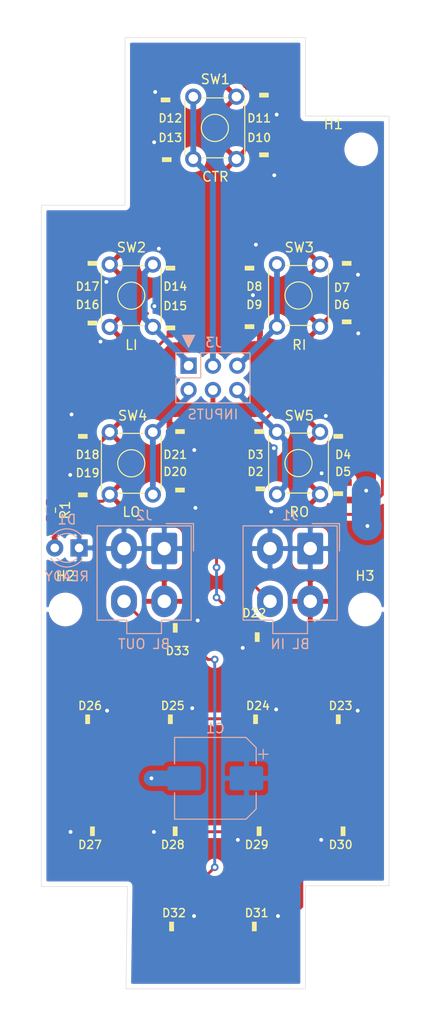
<source format=kicad_pcb>
(kicad_pcb (version 20171130) (host pcbnew "(5.1.9)-1")
  (layers (0 F.Cu signal) (31 B.Cu signal) (34 B.Paste user) (35 F.Paste user) (36 B.SilkS user) (37 F.SilkS user) (38 B.Mask user) (39 F.Mask user) (44 Edge.Cuts user))
  (net 0 "")
  (net 1 GND)
  (net 2 /BL_+5V)
  (net 3 "Net-(D1-Pad2)")
  (net 4 /BL_DIN)
  (net 5 "Net-(D2-Pad1)")
  (net 6 "Net-(D3-Pad1)")
  (net 7 "Net-(D4-Pad1)")
  (net 8 "Net-(D5-Pad1)")
  (net 9 "Net-(D6-Pad1)")
  (net 10 "Net-(D7-Pad1)")
  (net 11 "Net-(D8-Pad1)")
  (net 12 /BL_DATA1)
  (net 13 "Net-(D10-Pad1)")
  (net 14 "Net-(D11-Pad1)")
  (net 15 "Net-(D12-Pad1)")
  (net 16 "Net-(D13-Pad1)")
  (net 17 "Net-(D14-Pad1)")
  (net 18 "Net-(D15-Pad1)")
  (net 19 "Net-(D16-Pad1)")
  (net 20 /BL_DATA2)
  (net 21 "Net-(D18-Pad1)")
  (net 22 "Net-(D19-Pad1)")
  (net 23 "Net-(D20-Pad1)")
  (net 24 "Net-(D21-Pad1)")
  (net 25 "Net-(D22-Pad1)")
  (net 26 "Net-(D23-Pad1)")
  (net 27 "Net-(D24-Pad1)")
  (net 28 /BL_DATA3)
  (net 29 "Net-(D26-Pad1)")
  (net 30 "Net-(D27-Pad1)")
  (net 31 "Net-(D28-Pad1)")
  (net 32 "Net-(D29-Pad1)")
  (net 33 "Net-(D30-Pad1)")
  (net 34 "Net-(D31-Pad1)")
  (net 35 "Net-(D32-Pad1)")
  (net 36 /BL_DOUT)
  (net 37 /RO_SW)
  (net 38 /LO_SW)
  (net 39 /RI_SW)
  (net 40 /LI_SW)
  (net 41 /CTR_SW)
  (module Button_Switch_THT:SW_TH_Tactile_Omron_B3F-10xx (layer F.Cu) (at 156.87675 97.694749 90)
    (fp_text reference SW5 (at 8.1915 2.333625 180) (layer F.SilkS))
    (fp_text value RO (at -1.8415 2.333625 180) (layer F.SilkS))
    (pad 1 thru_hole circle (at 0 0 90) (size 1.7 1.7) (drill 1) (layers *.Cu *.Mask) (net 37 /RO_SW))
    (pad 2 thru_hole circle (at 6.5 0 90) (size 1.7 1.7) (drill 1) (layers *.Cu *.Mask) (net 37 /RO_SW))
    (pad 3 thru_hole circle (at 0 4.5 90) (size 1.7 1.7) (drill 1) (layers *.Cu *.Mask) (net 1 GND))
    (pad 4 thru_hole circle (at 6.5 4.5 90) (size 1.7 1.7) (drill 1) (layers *.Cu *.Mask) (net 1 GND))
  )
  (module Button_Switch_THT:SW_TH_Tactile_Omron_B3F-10xx (layer F.Cu) (at 143.92275 91.217749 270)
    (fp_text reference SW4 (at -1.7145 2.111375 180) (layer F.SilkS))
    (fp_text value LO (at 8.3185 2.238375 180) (layer F.SilkS))
    (pad 1 thru_hole circle (at 0 0 270) (size 1.7 1.7) (drill 1) (layers *.Cu *.Mask) (net 38 /LO_SW))
    (pad 2 thru_hole circle (at 6.5 0 270) (size 1.7 1.7) (drill 1) (layers *.Cu *.Mask) (net 38 /LO_SW))
    (pad 3 thru_hole circle (at 0 4.5 270) (size 1.7 1.7) (drill 1) (layers *.Cu *.Mask) (net 1 GND))
    (pad 4 thru_hole circle (at 6.5 4.5 270) (size 1.7 1.7) (drill 1) (layers *.Cu *.Mask) (net 1 GND))
  )
  (module Button_Switch_THT:SW_TH_Tactile_Omron_B3F-10xx (layer F.Cu) (at 156.87675 80.23225 90)
    (fp_text reference SW3 (at 8.255001 2.333625 180) (layer F.SilkS))
    (fp_text value RI (at -1.904999 2.333625 180) (layer F.SilkS))
    (pad 1 thru_hole circle (at 0 0 90) (size 1.7 1.7) (drill 1) (layers *.Cu *.Mask) (net 39 /RI_SW))
    (pad 2 thru_hole circle (at 6.5 0 90) (size 1.7 1.7) (drill 1) (layers *.Cu *.Mask) (net 39 /RI_SW))
    (pad 3 thru_hole circle (at 0 4.5 90) (size 1.7 1.7) (drill 1) (layers *.Cu *.Mask) (net 1 GND))
    (pad 4 thru_hole circle (at 6.5 4.5 90) (size 1.7 1.7) (drill 1) (layers *.Cu *.Mask) (net 1 GND))
  )
  (module Button_Switch_THT:SW_TH_Tactile_Omron_B3F-10xx (layer F.Cu) (at 143.92275 73.75525 270)
    (fp_text reference SW2 (at -1.778001 2.238375 180) (layer F.SilkS))
    (fp_text value LI (at 8.381999 2.238375 180) (layer F.SilkS))
    (pad 1 thru_hole circle (at 0 0 270) (size 1.7 1.7) (drill 1) (layers *.Cu *.Mask) (net 40 /LI_SW))
    (pad 2 thru_hole circle (at 6.5 0 270) (size 1.7 1.7) (drill 1) (layers *.Cu *.Mask) (net 40 /LI_SW))
    (pad 3 thru_hole circle (at 0 4.5 270) (size 1.7 1.7) (drill 1) (layers *.Cu *.Mask) (net 1 GND))
    (pad 4 thru_hole circle (at 6.5 4.5 270) (size 1.7 1.7) (drill 1) (layers *.Cu *.Mask) (net 1 GND))
  )
  (module Button_Switch_THT:SW_TH_Tactile_Omron_B3F-10xx (layer F.Cu) (at 148.1455 62.769749 90)
    (fp_text reference SW1 (at 8.3185 2.301875 180) (layer F.SilkS))
    (fp_text value CTR (at -1.8415 2.301875 180) (layer F.SilkS))
    (pad 1 thru_hole circle (at 0 0 90) (size 1.7 1.7) (drill 1) (layers *.Cu *.Mask) (net 41 /CTR_SW))
    (pad 2 thru_hole circle (at 6.5 0 90) (size 1.7 1.7) (drill 1) (layers *.Cu *.Mask) (net 41 /CTR_SW))
    (pad 3 thru_hole circle (at 0 4.5 90) (size 1.7 1.7) (drill 1) (layers *.Cu *.Mask) (net 1 GND))
    (pad 4 thru_hole circle (at 6.5 4.5 90) (size 1.7 1.7) (drill 1) (layers *.Cu *.Mask) (net 1 GND))
  )
  (module Resistor_SMD:R_0603_1608Metric (layer F.Cu) (at 133.238875 99.345749 90)
    (fp_text reference R1 (at 0 1.524 90) (layer F.SilkS))
    (fp_text value R)
    (pad 2 smd roundrect (at 0.825 0 90) (size 0.8 0.95) (layers F.Cu F.Paste F.Mask) (net 1 GND))
    (pad 1 smd roundrect (at -0.825 0 90) (size 0.8 0.95) (layers F.Cu F.Paste F.Mask) (net 3 "Net-(D1-Pad2)"))
  )
  (module Connector_PinHeader_2.54mm:PinHeader_2x03_P2.54mm_Vertical (layer B.Cu) (at 147.653375 84.296249 270)
    (fp_text reference J3 (at -2.413 -2.6035 180) (layer B.SilkS) (effects (justify mirror)))
    (fp_text value INPUTS (at 5.08 -2.54 180) (layer B.SilkS) (effects (justify mirror)))
    (pad 6 thru_hole oval (at 2.54 -5.08 270) (size 1.7 1.7) (drill 1) (layers *.Cu *.Mask) (net 37 /RO_SW))
    (pad 5 thru_hole oval (at 0 -5.08 270) (size 1.7 1.7) (drill 1) (layers *.Cu *.Mask) (net 39 /RI_SW))
    (pad 4 thru_hole oval (at 2.54 -2.54 270) (size 1.7 1.7) (drill 1) (layers *.Cu *.Mask) (net 1 GND))
    (pad 3 thru_hole oval (at 0 -2.54 270) (size 1.7 1.7) (drill 1) (layers *.Cu *.Mask) (net 41 /CTR_SW))
    (pad 2 thru_hole oval (at 2.54 0 270) (size 1.7 1.7) (drill 1) (layers *.Cu *.Mask) (net 38 /LO_SW))
    (pad 1 thru_hole rect (at 0 0 270) (size 1.7 1.7) (drill 1) (layers *.Cu *.Mask) (net 40 /LI_SW))
  )
  (module Connector_Molex:Molex_Mini-Fit_Jr_5566-04A_2x02_P4.20mm_Vertical (layer B.Cu) (at 145.113375 103.346249 180)
    (fp_text reference J2 (at 2.1 3.45) (layer B.SilkS) (effects (justify mirror)))
    (fp_text value "BL OUT" (at 2.1 -9.95) (layer B.SilkS) (effects (justify mirror)))
    (pad 4 thru_hole oval (at 4.2 -5.5 180) (size 2.7 3.3) (drill 1.4) (layers *.Cu *.Mask) (net 36 /BL_DOUT))
    (pad 3 thru_hole oval (at 0 -5.5 180) (size 2.7 3.3) (drill 1.4) (layers *.Cu *.Mask) (net 1 GND))
    (pad 2 thru_hole oval (at 4.2 0 180) (size 2.7 3.3) (drill 1.4) (layers *.Cu *.Mask) (net 2 /BL_+5V))
    (pad 1 thru_hole roundrect (at 0 0 180) (size 2.7 3.3) (drill 1.4) (layers *.Cu *.Mask) (roundrect_rratio 0.09259299999999999) (net 2 /BL_+5V))
  )
  (module Connector_Molex:Molex_Mini-Fit_Jr_5566-04A_2x02_P4.20mm_Vertical (layer B.Cu) (at 160.353375 103.346249 180)
    (fp_text reference J1 (at 2.1 3.45) (layer B.SilkS) (effects (justify mirror)))
    (fp_text value "BL IN" (at 2.1 -9.95) (layer B.SilkS) (effects (justify mirror)))
    (pad 4 thru_hole oval (at 4.2 -5.5 180) (size 2.7 3.3) (drill 1.4) (layers *.Cu *.Mask) (net 4 /BL_DIN))
    (pad 3 thru_hole oval (at 0 -5.5 180) (size 2.7 3.3) (drill 1.4) (layers *.Cu *.Mask) (net 1 GND))
    (pad 2 thru_hole oval (at 4.2 0 180) (size 2.7 3.3) (drill 1.4) (layers *.Cu *.Mask) (net 2 /BL_+5V))
    (pad 1 thru_hole roundrect (at 0 0 180) (size 2.7 3.3) (drill 1.4) (layers *.Cu *.Mask) (roundrect_rratio 0.09259299999999999) (net 2 /BL_+5V))
  )
  (module MountingHole:MountingHole_2.5mm (layer F.Cu) (at 166.068375 109.696249)
    (fp_text reference H3 (at 0 -3.5) (layer F.SilkS))
    (fp_text value MountingHole)
    (pad 1 np_thru_hole circle (at 0 0) (size 2.5 2.5) (drill 2.5) (layers *.Cu *.Mask))
  )
  (module MountingHole:MountingHole_2.5mm (layer F.Cu) (at 134.794625 109.696249)
    (fp_text reference H2 (at 0 -3.5) (layer F.SilkS))
    (fp_text value MountingHole)
    (pad 1 np_thru_hole circle (at 0 0) (size 2.5 2.5) (drill 2.5) (layers *.Cu *.Mask))
  )
  (module MountingHole:MountingHole_2.5mm (layer F.Cu) (at 165.6715 61.75375)
    (fp_text reference H1 (at -2.905125 -2.603501) (layer F.SilkS))
    (fp_text value MountingHole)
    (pad 1 np_thru_hole circle (at 0 0) (size 2.5 2.5) (drill 2.5) (layers *.Cu *.Mask))
  )
  (module "KiCAD Libraries:WS2812-2020" (layer F.Cu) (at 146.510375 112.109249 180)
    (fp_text reference D33 (at 0 -1.905) (layer F.SilkS) (effects (font (size 0.85 0.85))))
    (fp_text value LED hide)
    (pad 4 smd rect (at -0.915 0.55 180) (size 0.7 0.7) (layers F.Cu F.Paste F.Mask) (net 2 /BL_+5V))
    (pad 3 smd rect (at -0.915 -0.55 180) (size 0.7 0.7) (layers F.Cu F.Paste F.Mask) (net 35 "Net-(D32-Pad1)"))
    (pad 2 smd rect (at 0.915 -0.55 180) (size 0.7 0.7) (layers F.Cu F.Paste F.Mask) (net 1 GND))
    (pad 1 smd rect (at 0.915 0.55 180) (size 0.7 0.7) (layers F.Cu F.Paste F.Mask) (net 36 /BL_DOUT))
  )
  (module "KiCAD Libraries:WS2812-2020" (layer F.Cu) (at 146.129375 143.224249 180)
    (fp_text reference D32 (at 0 1.905) (layer F.SilkS) (effects (font (size 0.85 0.85))))
    (fp_text value LED hide)
    (pad 4 smd rect (at -0.915 0.55 180) (size 0.7 0.7) (layers F.Cu F.Paste F.Mask) (net 2 /BL_+5V))
    (pad 3 smd rect (at -0.915 -0.55 180) (size 0.7 0.7) (layers F.Cu F.Paste F.Mask) (net 34 "Net-(D31-Pad1)"))
    (pad 2 smd rect (at 0.915 -0.55 180) (size 0.7 0.7) (layers F.Cu F.Paste F.Mask) (net 1 GND))
    (pad 1 smd rect (at 0.915 0.55 180) (size 0.7 0.7) (layers F.Cu F.Paste F.Mask) (net 35 "Net-(D32-Pad1)"))
  )
  (module "KiCAD Libraries:WS2812-2020" (layer F.Cu) (at 154.765375 143.224249 180)
    (fp_text reference D31 (at 0 1.905) (layer F.SilkS) (effects (font (size 0.85 0.85))))
    (fp_text value LED hide)
    (pad 4 smd rect (at -0.915 0.55 180) (size 0.7 0.7) (layers F.Cu F.Paste F.Mask) (net 2 /BL_+5V))
    (pad 3 smd rect (at -0.915 -0.55 180) (size 0.7 0.7) (layers F.Cu F.Paste F.Mask) (net 33 "Net-(D30-Pad1)"))
    (pad 2 smd rect (at 0.915 -0.55 180) (size 0.7 0.7) (layers F.Cu F.Paste F.Mask) (net 1 GND))
    (pad 1 smd rect (at 0.915 0.55 180) (size 0.7 0.7) (layers F.Cu F.Paste F.Mask) (net 34 "Net-(D31-Pad1)"))
  )
  (module "KiCAD Libraries:WS2812-2020" (layer F.Cu) (at 163.528375 132.302249)
    (fp_text reference D30 (at 0 1.905) (layer F.SilkS) (effects (font (size 0.85 0.85))))
    (fp_text value LED hide)
    (pad 4 smd rect (at -0.915 0.55) (size 0.7 0.7) (layers F.Cu F.Paste F.Mask) (net 2 /BL_+5V))
    (pad 3 smd rect (at -0.915 -0.55) (size 0.7 0.7) (layers F.Cu F.Paste F.Mask) (net 32 "Net-(D29-Pad1)"))
    (pad 2 smd rect (at 0.915 -0.55) (size 0.7 0.7) (layers F.Cu F.Paste F.Mask) (net 1 GND))
    (pad 1 smd rect (at 0.915 0.55) (size 0.7 0.7) (layers F.Cu F.Paste F.Mask) (net 33 "Net-(D30-Pad1)"))
  )
  (module "KiCAD Libraries:WS2812-2020" (layer F.Cu) (at 154.765375 132.302249)
    (fp_text reference D29 (at 0 1.905) (layer F.SilkS) (effects (font (size 0.85 0.85))))
    (fp_text value LED hide)
    (pad 4 smd rect (at -0.915 0.55) (size 0.7 0.7) (layers F.Cu F.Paste F.Mask) (net 2 /BL_+5V))
    (pad 3 smd rect (at -0.915 -0.55) (size 0.7 0.7) (layers F.Cu F.Paste F.Mask) (net 31 "Net-(D28-Pad1)"))
    (pad 2 smd rect (at 0.915 -0.55) (size 0.7 0.7) (layers F.Cu F.Paste F.Mask) (net 1 GND))
    (pad 1 smd rect (at 0.915 0.55) (size 0.7 0.7) (layers F.Cu F.Paste F.Mask) (net 32 "Net-(D29-Pad1)"))
  )
  (module "KiCAD Libraries:WS2812-2020" (layer F.Cu) (at 146.002375 132.302249)
    (fp_text reference D28 (at 0 1.905) (layer F.SilkS) (effects (font (size 0.85 0.85))))
    (fp_text value LED hide)
    (pad 4 smd rect (at -0.915 0.55) (size 0.7 0.7) (layers F.Cu F.Paste F.Mask) (net 2 /BL_+5V))
    (pad 3 smd rect (at -0.915 -0.55) (size 0.7 0.7) (layers F.Cu F.Paste F.Mask) (net 30 "Net-(D27-Pad1)"))
    (pad 2 smd rect (at 0.915 -0.55) (size 0.7 0.7) (layers F.Cu F.Paste F.Mask) (net 1 GND))
    (pad 1 smd rect (at 0.915 0.55) (size 0.7 0.7) (layers F.Cu F.Paste F.Mask) (net 31 "Net-(D28-Pad1)"))
  )
  (module "KiCAD Libraries:WS2812-2020" (layer F.Cu) (at 137.366375 132.302249)
    (fp_text reference D27 (at 0 1.905) (layer F.SilkS) (effects (font (size 0.85 0.85))))
    (fp_text value LED hide)
    (pad 4 smd rect (at -0.915 0.55) (size 0.7 0.7) (layers F.Cu F.Paste F.Mask) (net 2 /BL_+5V))
    (pad 3 smd rect (at -0.915 -0.55) (size 0.7 0.7) (layers F.Cu F.Paste F.Mask) (net 29 "Net-(D26-Pad1)"))
    (pad 2 smd rect (at 0.915 -0.55) (size 0.7 0.7) (layers F.Cu F.Paste F.Mask) (net 1 GND))
    (pad 1 smd rect (at 0.915 0.55) (size 0.7 0.7) (layers F.Cu F.Paste F.Mask) (net 30 "Net-(D27-Pad1)"))
  )
  (module "KiCAD Libraries:WS2812-2020" (layer F.Cu) (at 137.366375 121.634249 180)
    (fp_text reference D26 (at 0 1.905) (layer F.SilkS) (effects (font (size 0.85 0.85))))
    (fp_text value LED hide)
    (pad 4 smd rect (at -0.915 0.55 180) (size 0.7 0.7) (layers F.Cu F.Paste F.Mask) (net 2 /BL_+5V))
    (pad 3 smd rect (at -0.915 -0.55 180) (size 0.7 0.7) (layers F.Cu F.Paste F.Mask) (net 28 /BL_DATA3))
    (pad 2 smd rect (at 0.915 -0.55 180) (size 0.7 0.7) (layers F.Cu F.Paste F.Mask) (net 1 GND))
    (pad 1 smd rect (at 0.915 0.55 180) (size 0.7 0.7) (layers F.Cu F.Paste F.Mask) (net 29 "Net-(D26-Pad1)"))
  )
  (module "KiCAD Libraries:WS2812-2020" (layer F.Cu) (at 146.002375 121.634249 180)
    (fp_text reference D25 (at 0 1.905) (layer F.SilkS) (effects (font (size 0.85 0.85))))
    (fp_text value LED hide)
    (pad 4 smd rect (at -0.915 0.55 180) (size 0.7 0.7) (layers F.Cu F.Paste F.Mask) (net 2 /BL_+5V))
    (pad 3 smd rect (at -0.915 -0.55 180) (size 0.7 0.7) (layers F.Cu F.Paste F.Mask) (net 27 "Net-(D24-Pad1)"))
    (pad 2 smd rect (at 0.915 -0.55 180) (size 0.7 0.7) (layers F.Cu F.Paste F.Mask) (net 1 GND))
    (pad 1 smd rect (at 0.915 0.55 180) (size 0.7 0.7) (layers F.Cu F.Paste F.Mask) (net 28 /BL_DATA3))
  )
  (module "KiCAD Libraries:WS2812-2020" (layer F.Cu) (at 154.892375 121.634249 180)
    (fp_text reference D24 (at 0 1.905) (layer F.SilkS) (effects (font (size 0.85 0.85))))
    (fp_text value LED hide)
    (pad 4 smd rect (at -0.915 0.55 180) (size 0.7 0.7) (layers F.Cu F.Paste F.Mask) (net 2 /BL_+5V))
    (pad 3 smd rect (at -0.915 -0.55 180) (size 0.7 0.7) (layers F.Cu F.Paste F.Mask) (net 26 "Net-(D23-Pad1)"))
    (pad 2 smd rect (at 0.915 -0.55 180) (size 0.7 0.7) (layers F.Cu F.Paste F.Mask) (net 1 GND))
    (pad 1 smd rect (at 0.915 0.55 180) (size 0.7 0.7) (layers F.Cu F.Paste F.Mask) (net 27 "Net-(D24-Pad1)"))
  )
  (module "KiCAD Libraries:WS2812-2020" (layer F.Cu) (at 163.528375 121.634249 180)
    (fp_text reference D23 (at 0 1.905) (layer F.SilkS) (effects (font (size 0.85 0.85))))
    (fp_text value LED hide)
    (pad 4 smd rect (at -0.915 0.55 180) (size 0.7 0.7) (layers F.Cu F.Paste F.Mask) (net 2 /BL_+5V))
    (pad 3 smd rect (at -0.915 -0.55 180) (size 0.7 0.7) (layers F.Cu F.Paste F.Mask) (net 25 "Net-(D22-Pad1)"))
    (pad 2 smd rect (at 0.915 -0.55 180) (size 0.7 0.7) (layers F.Cu F.Paste F.Mask) (net 1 GND))
    (pad 1 smd rect (at 0.915 0.55 180) (size 0.7 0.7) (layers F.Cu F.Paste F.Mask) (net 26 "Net-(D23-Pad1)"))
  )
  (module "KiCAD Libraries:WS2812-2020" (layer F.Cu) (at 154.568375 112.076249)
    (fp_text reference D22 (at -0.06 -2) (layer F.SilkS) (effects (font (size 0.85 0.85))))
    (fp_text value LED hide)
    (pad 4 smd rect (at -0.915 0.55) (size 0.7 0.7) (layers F.Cu F.Paste F.Mask) (net 2 /BL_+5V))
    (pad 3 smd rect (at -0.915 -0.55) (size 0.7 0.7) (layers F.Cu F.Paste F.Mask) (net 24 "Net-(D21-Pad1)"))
    (pad 2 smd rect (at 0.915 -0.55) (size 0.7 0.7) (layers F.Cu F.Paste F.Mask) (net 1 GND))
    (pad 1 smd rect (at 0.915 0.55) (size 0.7 0.7) (layers F.Cu F.Paste F.Mask) (net 25 "Net-(D22-Pad1)"))
  )
  (module "KiCAD Libraries:WS2812-2020" (layer F.Cu) (at 146.256375 91.408249 90)
    (fp_text reference D21 (at -2.159 0 180) (layer F.SilkS) (effects (font (size 0.85 0.85))))
    (fp_text value LED hide)
    (pad 4 smd rect (at -0.915 0.55 90) (size 0.7 0.7) (layers F.Cu F.Paste F.Mask) (net 2 /BL_+5V))
    (pad 3 smd rect (at -0.915 -0.55 90) (size 0.7 0.7) (layers F.Cu F.Paste F.Mask) (net 23 "Net-(D20-Pad1)"))
    (pad 2 smd rect (at 0.915 -0.55 90) (size 0.7 0.7) (layers F.Cu F.Paste F.Mask) (net 1 GND))
    (pad 1 smd rect (at 0.915 0.55 90) (size 0.7 0.7) (layers F.Cu F.Paste F.Mask) (net 24 "Net-(D21-Pad1)"))
  )
  (module "KiCAD Libraries:WS2812-2020" (layer F.Cu) (at 146.256375 97.504249 90)
    (fp_text reference D20 (at 2.159 0 180) (layer F.SilkS) (effects (font (size 0.85 0.85))))
    (fp_text value LED hide)
    (pad 4 smd rect (at -0.915 0.55 90) (size 0.7 0.7) (layers F.Cu F.Paste F.Mask) (net 2 /BL_+5V))
    (pad 3 smd rect (at -0.915 -0.55 90) (size 0.7 0.7) (layers F.Cu F.Paste F.Mask) (net 22 "Net-(D19-Pad1)"))
    (pad 2 smd rect (at 0.915 -0.55 90) (size 0.7 0.7) (layers F.Cu F.Paste F.Mask) (net 1 GND))
    (pad 1 smd rect (at 0.915 0.55 90) (size 0.7 0.7) (layers F.Cu F.Paste F.Mask) (net 23 "Net-(D20-Pad1)"))
  )
  (module "KiCAD Libraries:WS2812-2020" (layer F.Cu) (at 137.112375 97.504249 270)
    (fp_text reference D19 (at -2.032 0 180) (layer F.SilkS) (effects (font (size 0.85 0.85))))
    (fp_text value LED hide)
    (pad 4 smd rect (at -0.915 0.55 270) (size 0.7 0.7) (layers F.Cu F.Paste F.Mask) (net 2 /BL_+5V))
    (pad 3 smd rect (at -0.915 -0.55 270) (size 0.7 0.7) (layers F.Cu F.Paste F.Mask) (net 21 "Net-(D18-Pad1)"))
    (pad 2 smd rect (at 0.915 -0.55 270) (size 0.7 0.7) (layers F.Cu F.Paste F.Mask) (net 1 GND))
    (pad 1 smd rect (at 0.915 0.55 270) (size 0.7 0.7) (layers F.Cu F.Paste F.Mask) (net 22 "Net-(D19-Pad1)"))
  )
  (module "KiCAD Libraries:WS2812-2020" (layer F.Cu) (at 137.112375 91.408249 270)
    (fp_text reference D18 (at 2.159 0 180) (layer F.SilkS) (effects (font (size 0.85 0.85))))
    (fp_text value LED hide)
    (pad 4 smd rect (at -0.915 0.55 270) (size 0.7 0.7) (layers F.Cu F.Paste F.Mask) (net 2 /BL_+5V))
    (pad 3 smd rect (at -0.915 -0.55 270) (size 0.7 0.7) (layers F.Cu F.Paste F.Mask) (net 20 /BL_DATA2))
    (pad 2 smd rect (at 0.915 -0.55 270) (size 0.7 0.7) (layers F.Cu F.Paste F.Mask) (net 1 GND))
    (pad 1 smd rect (at 0.915 0.55 270) (size 0.7 0.7) (layers F.Cu F.Paste F.Mask) (net 21 "Net-(D18-Pad1)"))
  )
  (module "KiCAD Libraries:WS2812-2020" (layer F.Cu) (at 137.112375 73.882249 90)
    (fp_text reference D17 (at -2.159 0 180) (layer F.SilkS) (effects (font (size 0.85 0.85))))
    (fp_text value LED hide)
    (pad 4 smd rect (at -0.915 0.55 90) (size 0.7 0.7) (layers F.Cu F.Paste F.Mask) (net 2 /BL_+5V))
    (pad 3 smd rect (at -0.915 -0.55 90) (size 0.7 0.7) (layers F.Cu F.Paste F.Mask) (net 19 "Net-(D16-Pad1)"))
    (pad 2 smd rect (at 0.915 -0.55 90) (size 0.7 0.7) (layers F.Cu F.Paste F.Mask) (net 1 GND))
    (pad 1 smd rect (at 0.915 0.55 90) (size 0.7 0.7) (layers F.Cu F.Paste F.Mask) (net 20 /BL_DATA2))
  )
  (module "KiCAD Libraries:WS2812-2020" (layer F.Cu) (at 137.112375 80.105249 90)
    (fp_text reference D16 (at 2.159 0 180) (layer F.SilkS) (effects (font (size 0.85 0.85))))
    (fp_text value LED hide)
    (pad 4 smd rect (at -0.915 0.55 90) (size 0.7 0.7) (layers F.Cu F.Paste F.Mask) (net 2 /BL_+5V))
    (pad 3 smd rect (at -0.915 -0.55 90) (size 0.7 0.7) (layers F.Cu F.Paste F.Mask) (net 18 "Net-(D15-Pad1)"))
    (pad 2 smd rect (at 0.915 -0.55 90) (size 0.7 0.7) (layers F.Cu F.Paste F.Mask) (net 1 GND))
    (pad 1 smd rect (at 0.915 0.55 90) (size 0.7 0.7) (layers F.Cu F.Paste F.Mask) (net 19 "Net-(D16-Pad1)"))
  )
  (module "KiCAD Libraries:WS2812-2020" (layer F.Cu) (at 146.256375 80.105249 270)
    (fp_text reference D15 (at -2.032 0 180) (layer F.SilkS) (effects (font (size 0.85 0.85))))
    (fp_text value LED hide)
    (pad 4 smd rect (at -0.915 0.55 270) (size 0.7 0.7) (layers F.Cu F.Paste F.Mask) (net 2 /BL_+5V))
    (pad 3 smd rect (at -0.915 -0.55 270) (size 0.7 0.7) (layers F.Cu F.Paste F.Mask) (net 17 "Net-(D14-Pad1)"))
    (pad 2 smd rect (at 0.915 -0.55 270) (size 0.7 0.7) (layers F.Cu F.Paste F.Mask) (net 1 GND))
    (pad 1 smd rect (at 0.915 0.55 270) (size 0.7 0.7) (layers F.Cu F.Paste F.Mask) (net 18 "Net-(D15-Pad1)"))
  )
  (module "KiCAD Libraries:WS2812-2020" (layer F.Cu) (at 146.256375 73.882249 270)
    (fp_text reference D14 (at 2.159 0 180) (layer F.SilkS) (effects (font (size 0.85 0.85))))
    (fp_text value LED hide)
    (pad 4 smd rect (at -0.915 0.55 270) (size 0.7 0.7) (layers F.Cu F.Paste F.Mask) (net 2 /BL_+5V))
    (pad 3 smd rect (at -0.915 -0.55 270) (size 0.7 0.7) (layers F.Cu F.Paste F.Mask) (net 16 "Net-(D13-Pad1)"))
    (pad 2 smd rect (at 0.915 -0.55 270) (size 0.7 0.7) (layers F.Cu F.Paste F.Mask) (net 1 GND))
    (pad 1 smd rect (at 0.915 0.55 270) (size 0.7 0.7) (layers F.Cu F.Paste F.Mask) (net 17 "Net-(D14-Pad1)"))
  )
  (module "KiCAD Libraries:WS2812-2020" (layer F.Cu) (at 145.875375 62.579249 270)
    (fp_text reference D13 (at -2.032 0.127 180) (layer F.SilkS) (effects (font (size 0.85 0.85))))
    (fp_text value LED hide)
    (pad 4 smd rect (at -0.915 0.55 270) (size 0.7 0.7) (layers F.Cu F.Paste F.Mask) (net 2 /BL_+5V))
    (pad 3 smd rect (at -0.915 -0.55 270) (size 0.7 0.7) (layers F.Cu F.Paste F.Mask) (net 15 "Net-(D12-Pad1)"))
    (pad 2 smd rect (at 0.915 -0.55 270) (size 0.7 0.7) (layers F.Cu F.Paste F.Mask) (net 1 GND))
    (pad 1 smd rect (at 0.915 0.55 270) (size 0.7 0.7) (layers F.Cu F.Paste F.Mask) (net 16 "Net-(D13-Pad1)"))
  )
  (module "KiCAD Libraries:WS2812-2020" (layer F.Cu) (at 145.748375 56.356249 270)
    (fp_text reference D12 (at 2.159 0 180) (layer F.SilkS) (effects (font (size 0.85 0.85))))
    (fp_text value LED hide)
    (pad 4 smd rect (at -0.915 0.55 270) (size 0.7 0.7) (layers F.Cu F.Paste F.Mask) (net 2 /BL_+5V))
    (pad 3 smd rect (at -0.915 -0.55 270) (size 0.7 0.7) (layers F.Cu F.Paste F.Mask) (net 14 "Net-(D11-Pad1)"))
    (pad 2 smd rect (at 0.915 -0.55 270) (size 0.7 0.7) (layers F.Cu F.Paste F.Mask) (net 1 GND))
    (pad 1 smd rect (at 0.915 0.55 270) (size 0.7 0.7) (layers F.Cu F.Paste F.Mask) (net 15 "Net-(D12-Pad1)"))
  )
  (module "KiCAD Libraries:WS2812-2020" (layer F.Cu) (at 155.019375 56.356249 90)
    (fp_text reference D11 (at -2.159 0 180) (layer F.SilkS) (effects (font (size 0.85 0.85))))
    (fp_text value LED hide)
    (pad 4 smd rect (at -0.915 0.55 90) (size 0.7 0.7) (layers F.Cu F.Paste F.Mask) (net 2 /BL_+5V))
    (pad 3 smd rect (at -0.915 -0.55 90) (size 0.7 0.7) (layers F.Cu F.Paste F.Mask) (net 13 "Net-(D10-Pad1)"))
    (pad 2 smd rect (at 0.915 -0.55 90) (size 0.7 0.7) (layers F.Cu F.Paste F.Mask) (net 1 GND))
    (pad 1 smd rect (at 0.915 0.55 90) (size 0.7 0.7) (layers F.Cu F.Paste F.Mask) (net 14 "Net-(D11-Pad1)"))
  )
  (module "KiCAD Libraries:WS2812-2020" (layer F.Cu) (at 155.019375 62.579249 90)
    (fp_text reference D10 (at 2.032 0 180) (layer F.SilkS) (effects (font (size 0.85 0.85))))
    (fp_text value LED hide)
    (pad 4 smd rect (at -0.915 0.55 90) (size 0.7 0.7) (layers F.Cu F.Paste F.Mask) (net 2 /BL_+5V))
    (pad 3 smd rect (at -0.915 -0.55 90) (size 0.7 0.7) (layers F.Cu F.Paste F.Mask) (net 12 /BL_DATA1))
    (pad 2 smd rect (at 0.915 -0.55 90) (size 0.7 0.7) (layers F.Cu F.Paste F.Mask) (net 1 GND))
    (pad 1 smd rect (at 0.915 0.55 90) (size 0.7 0.7) (layers F.Cu F.Paste F.Mask) (net 13 "Net-(D10-Pad1)"))
  )
  (module "KiCAD Libraries:WS2812-2020" (layer F.Cu) (at 154.511375 79.978249 270)
    (fp_text reference D9 (at -2.032 0 180) (layer F.SilkS) (effects (font (size 0.85 0.85))))
    (fp_text value LED hide)
    (pad 4 smd rect (at -0.915 0.55 270) (size 0.7 0.7) (layers F.Cu F.Paste F.Mask) (net 2 /BL_+5V))
    (pad 3 smd rect (at -0.915 -0.55 270) (size 0.7 0.7) (layers F.Cu F.Paste F.Mask) (net 11 "Net-(D8-Pad1)"))
    (pad 2 smd rect (at 0.915 -0.55 270) (size 0.7 0.7) (layers F.Cu F.Paste F.Mask) (net 1 GND))
    (pad 1 smd rect (at 0.915 0.55 270) (size 0.7 0.7) (layers F.Cu F.Paste F.Mask) (net 12 /BL_DATA1))
  )
  (module "KiCAD Libraries:WS2812-2020" (layer F.Cu) (at 154.511375 73.882249 270)
    (fp_text reference D8 (at 2.159 0 180) (layer F.SilkS) (effects (font (size 0.85 0.85))))
    (fp_text value LED hide)
    (pad 4 smd rect (at -0.915 0.55 270) (size 0.7 0.7) (layers F.Cu F.Paste F.Mask) (net 2 /BL_+5V))
    (pad 3 smd rect (at -0.915 -0.55 270) (size 0.7 0.7) (layers F.Cu F.Paste F.Mask) (net 10 "Net-(D7-Pad1)"))
    (pad 2 smd rect (at 0.915 -0.55 270) (size 0.7 0.7) (layers F.Cu F.Paste F.Mask) (net 1 GND))
    (pad 1 smd rect (at 0.915 0.55 270) (size 0.7 0.7) (layers F.Cu F.Paste F.Mask) (net 11 "Net-(D8-Pad1)"))
  )
  (module "KiCAD Libraries:WS2812-2020" (layer F.Cu) (at 163.655375 73.882249 90)
    (fp_text reference D7 (at -2.286 0 180) (layer F.SilkS) (effects (font (size 0.85 0.85))))
    (fp_text value LED hide)
    (pad 4 smd rect (at -0.915 0.55 90) (size 0.7 0.7) (layers F.Cu F.Paste F.Mask) (net 2 /BL_+5V))
    (pad 3 smd rect (at -0.915 -0.55 90) (size 0.7 0.7) (layers F.Cu F.Paste F.Mask) (net 9 "Net-(D6-Pad1)"))
    (pad 2 smd rect (at 0.915 -0.55 90) (size 0.7 0.7) (layers F.Cu F.Paste F.Mask) (net 1 GND))
    (pad 1 smd rect (at 0.915 0.55 90) (size 0.7 0.7) (layers F.Cu F.Paste F.Mask) (net 10 "Net-(D7-Pad1)"))
  )
  (module "KiCAD Libraries:WS2812-2020" (layer F.Cu) (at 163.655375 79.978249 90)
    (fp_text reference D6 (at 2.032 0 180) (layer F.SilkS) (effects (font (size 0.85 0.85))))
    (fp_text value LED hide)
    (pad 4 smd rect (at -0.915 0.55 90) (size 0.7 0.7) (layers F.Cu F.Paste F.Mask) (net 2 /BL_+5V))
    (pad 3 smd rect (at -0.915 -0.55 90) (size 0.7 0.7) (layers F.Cu F.Paste F.Mask) (net 8 "Net-(D5-Pad1)"))
    (pad 2 smd rect (at 0.915 -0.55 90) (size 0.7 0.7) (layers F.Cu F.Paste F.Mask) (net 1 GND))
    (pad 1 smd rect (at 0.915 0.55 90) (size 0.7 0.7) (layers F.Cu F.Paste F.Mask) (net 9 "Net-(D6-Pad1)"))
  )
  (module "KiCAD Libraries:WS2812-2020" (layer F.Cu) (at 163.782375 97.377249 270)
    (fp_text reference D5 (at -2.032 0 180) (layer F.SilkS) (effects (font (size 0.85 0.85))))
    (fp_text value LED hide)
    (pad 4 smd rect (at -0.915 0.55 270) (size 0.7 0.7) (layers F.Cu F.Paste F.Mask) (net 2 /BL_+5V))
    (pad 3 smd rect (at -0.915 -0.55 270) (size 0.7 0.7) (layers F.Cu F.Paste F.Mask) (net 7 "Net-(D4-Pad1)"))
    (pad 2 smd rect (at 0.915 -0.55 270) (size 0.7 0.7) (layers F.Cu F.Paste F.Mask) (net 1 GND))
    (pad 1 smd rect (at 0.915 0.55 270) (size 0.7 0.7) (layers F.Cu F.Paste F.Mask) (net 8 "Net-(D5-Pad1)"))
  )
  (module "KiCAD Libraries:WS2812-2020" (layer F.Cu) (at 163.782375 91.408249 270)
    (fp_text reference D4 (at 2.159 0 180) (layer F.SilkS) (effects (font (size 0.85 0.85))))
    (fp_text value LED hide)
    (pad 4 smd rect (at -0.915 0.55 270) (size 0.7 0.7) (layers F.Cu F.Paste F.Mask) (net 2 /BL_+5V))
    (pad 3 smd rect (at -0.915 -0.55 270) (size 0.7 0.7) (layers F.Cu F.Paste F.Mask) (net 6 "Net-(D3-Pad1)"))
    (pad 2 smd rect (at 0.915 -0.55 270) (size 0.7 0.7) (layers F.Cu F.Paste F.Mask) (net 1 GND))
    (pad 1 smd rect (at 0.915 0.55 270) (size 0.7 0.7) (layers F.Cu F.Paste F.Mask) (net 7 "Net-(D4-Pad1)"))
  )
  (module "KiCAD Libraries:WS2812-2020" (layer F.Cu) (at 154.511375 91.408249 90)
    (fp_text reference D3 (at -2.159 0.127 180) (layer F.SilkS) (effects (font (size 0.85 0.85))))
    (fp_text value LED hide)
    (pad 4 smd rect (at -0.915 0.55 90) (size 0.7 0.7) (layers F.Cu F.Paste F.Mask) (net 2 /BL_+5V))
    (pad 3 smd rect (at -0.915 -0.55 90) (size 0.7 0.7) (layers F.Cu F.Paste F.Mask) (net 5 "Net-(D2-Pad1)"))
    (pad 2 smd rect (at 0.915 -0.55 90) (size 0.7 0.7) (layers F.Cu F.Paste F.Mask) (net 1 GND))
    (pad 1 smd rect (at 0.915 0.55 90) (size 0.7 0.7) (layers F.Cu F.Paste F.Mask) (net 6 "Net-(D3-Pad1)"))
  )
  (module "KiCAD Libraries:WS2812-2020" (layer F.Cu) (at 154.638375 97.377249 90)
    (fp_text reference D2 (at 2.032 0 180) (layer F.SilkS) (effects (font (size 0.85 0.85))))
    (fp_text value LED hide)
    (pad 4 smd rect (at -0.915 0.55 90) (size 0.7 0.7) (layers F.Cu F.Paste F.Mask) (net 2 /BL_+5V))
    (pad 3 smd rect (at -0.915 -0.55 90) (size 0.7 0.7) (layers F.Cu F.Paste F.Mask) (net 4 /BL_DIN))
    (pad 2 smd rect (at 0.915 -0.55 90) (size 0.7 0.7) (layers F.Cu F.Paste F.Mask) (net 1 GND))
    (pad 1 smd rect (at 0.915 0.55 90) (size 0.7 0.7) (layers F.Cu F.Paste F.Mask) (net 5 "Net-(D2-Pad1)"))
  )
  (module LED_THT:LED_D3.0mm (layer B.Cu) (at 136.223375 103.282749 180)
    (fp_text reference D1 (at 1.27 2.96) (layer B.SilkS) (effects (justify mirror)))
    (fp_text value READY (at 1.27 -2.96) (layer B.SilkS) (effects (justify mirror)))
    (pad 2 thru_hole circle (at 2.54 0 180) (size 1.8 1.8) (drill 0.9) (layers *.Cu *.Mask) (net 3 "Net-(D1-Pad2)"))
    (pad 1 thru_hole rect (at 0 0 180) (size 1.8 1.8) (drill 0.9) (layers *.Cu *.Mask) (net 2 /BL_+5V))
  )
  (module Capacitor_SMD:CP_Elec_8x10 (layer B.Cu) (at 150.447375 127.285749 180)
    (fp_text reference C1 (at 0 5.2) (layer B.SilkS) (effects (justify mirror)))
    (fp_text value "1000 nF")
    (pad 2 smd roundrect (at 3.25 0 180) (size 3.5 2.5) (layers B.Cu B.Paste B.Mask) (roundrect_rratio 0.1) (net 1 GND))
    (pad 1 smd roundrect (at -3.25 0 180) (size 3.5 2.5) (layers B.Cu B.Paste B.Mask) (roundrect_rratio 0.1) (net 2 /BL_+5V))
  )
  (gr_poly (pts (xy 147.653375 82.391249) (xy 147.018375 81.121249) (xy 148.288375 81.121249)) (layer B.SilkS) (width 0.1))
  (gr_line (start 141.01445 50.114199) (end 141.01445 67.576699) (layer Edge.Cuts) (width 0.05))
  (gr_line (start 159.84855 58.293) (end 159.84855 50.114199) (layer Edge.Cuts) (width 0.05))
  (gr_line (start 159.84855 149.224999) (end 159.84855 138.480799) (layer Edge.Cuts) (width 0.05))
  (gr_line (start 159.84855 138.480799) (end 168.5798 138.480799) (layer Edge.Cuts) (width 0.05))
  (gr_line (start 132.283201 138.557) (end 141.269332 138.557) (layer Edge.Cuts) (width 0.05))
  (gr_line (start 168.5798 58.293) (end 159.84855 58.293) (layer Edge.Cuts) (width 0.05))
  (gr_line (start 168.5798 138.480799) (end 168.5798 58.293) (layer Edge.Cuts) (width 0.05))
  (gr_line (start 159.84855 50.114199) (end 141.01445 50.114199) (layer Edge.Cuts) (width 0.05))
  (gr_line (start 132.283201 67.576699) (end 132.283201 138.557) (layer Edge.Cuts) (width 0.05))
  (gr_line (start 141.269332 138.557) (end 141.116617 149.224999) (layer Edge.Cuts) (width 0.05))
  (gr_line (start 141.116617 149.224999) (end 159.84855 149.224999) (layer Edge.Cuts) (width 0.05))
  (gr_line (start 141.01445 67.576699) (end 132.283201 67.576699) (layer Edge.Cuts) (width 0.05))
  (segment (start 155.061375 74.797249) (end 155.109375 74.797249) (width 0.3048) (layer F.Cu) (net 1))
  (segment (start 155.109375 74.797249) (end 156.028375 75.716249) (width 0.3048) (layer F.Cu) (net 1))
  (segment (start 154.469375 55.441249) (end 153.793375 55.441249) (width 0.3048) (layer F.Cu) (net 1))
  (segment (start 153.793375 55.441249) (end 153.388375 55.036249) (width 0.3048) (layer F.Cu) (net 1))
  (segment (start 138.72125 98.419249) (end 139.42275 97.717749) (width 0.3048) (layer F.Cu) (net 1))
  (segment (start 137.662375 98.419249) (end 138.72125 98.419249) (width 0.3048) (layer F.Cu) (net 1))
  (via (at 166.195375 97.313749) (size 0.8) (drill 0.4) (layers F.Cu B.Cu) (net 1))
  (via (at 166.322375 100.996749) (size 0.8) (drill 0.4) (layers F.Cu B.Cu) (net 1))
  (segment (start 166.195375 100.869749) (end 166.322375 100.996749) (width 3) (layer B.Cu) (net 1))
  (segment (start 166.195375 97.313749) (end 166.195375 100.869749) (width 3) (layer B.Cu) (net 1))
  (via (at 143.779875 127.285749) (size 0.8) (drill 0.4) (layers F.Cu B.Cu) (net 1))
  (segment (start 147.197375 127.285749) (end 143.779875 127.285749) (width 1.6256) (layer B.Cu) (net 1))
  (via (at 161.538375 95.506249) (size 0.8) (drill 0.4) (layers F.Cu B.Cu) (net 2))
  (segment (start 162.494375 96.462249) (end 161.538375 95.506249) (width 0.3048) (layer F.Cu) (net 2))
  (segment (start 163.232375 96.462249) (end 162.494375 96.462249) (width 0.3048) (layer F.Cu) (net 2))
  (segment (start 162.945375 90.493249) (end 161.978375 89.526249) (width 0.3048) (layer F.Cu) (net 2))
  (via (at 161.978375 89.526249) (size 0.8) (drill 0.4) (layers F.Cu B.Cu) (net 2))
  (segment (start 163.232375 90.493249) (end 162.945375 90.493249) (width 0.3048) (layer F.Cu) (net 2))
  (via (at 156.558375 92.886249) (size 0.8) (drill 0.4) (layers F.Cu B.Cu) (net 2))
  (segment (start 155.061375 92.323249) (end 155.995375 92.323249) (width 0.3048) (layer F.Cu) (net 2))
  (segment (start 155.995375 92.323249) (end 156.558375 92.886249) (width 0.3048) (layer F.Cu) (net 2))
  (segment (start 155.188375 98.416249) (end 156.268375 99.496249) (width 0.3048) (layer F.Cu) (net 2))
  (via (at 156.268375 99.496249) (size 0.8) (drill 0.4) (layers F.Cu B.Cu) (net 2))
  (segment (start 155.188375 98.292249) (end 155.188375 98.416249) (width 0.3048) (layer F.Cu) (net 2))
  (via (at 165.368375 80.926249) (size 0.8) (drill 0.4) (layers F.Cu B.Cu) (net 2))
  (segment (start 165.335375 80.893249) (end 165.368375 80.926249) (width 0.3048) (layer F.Cu) (net 2))
  (segment (start 164.205375 80.893249) (end 165.335375 80.893249) (width 0.3048) (layer F.Cu) (net 2))
  (via (at 165.338375 74.816249) (size 0.8) (drill 0.4) (layers F.Cu B.Cu) (net 2))
  (segment (start 165.319375 74.797249) (end 165.338375 74.816249) (width 0.3048) (layer F.Cu) (net 2))
  (segment (start 164.205375 74.797249) (end 165.319375 74.797249) (width 0.3048) (layer F.Cu) (net 2))
  (via (at 154.678375 71.686249) (size 0.8) (drill 0.4) (layers F.Cu B.Cu) (net 2))
  (segment (start 153.961375 72.403249) (end 154.678375 71.686249) (width 0.3048) (layer F.Cu) (net 2))
  (segment (start 153.961375 72.967249) (end 153.961375 72.403249) (width 0.3048) (layer F.Cu) (net 2))
  (via (at 154.368375 76.946249) (size 0.8) (drill 0.4) (layers F.Cu B.Cu) (net 2))
  (segment (start 153.961375 77.353249) (end 154.368375 76.946249) (width 0.3048) (layer F.Cu) (net 2))
  (segment (start 153.961375 79.063249) (end 153.961375 77.353249) (width 0.3048) (layer F.Cu) (net 2))
  (segment (start 155.636375 63.494249) (end 156.598375 64.456249) (width 0.3048) (layer F.Cu) (net 2))
  (via (at 156.598375 64.456249) (size 0.8) (drill 0.4) (layers F.Cu B.Cu) (net 2))
  (segment (start 155.569375 63.494249) (end 155.636375 63.494249) (width 0.3048) (layer F.Cu) (net 2))
  (via (at 156.848375 58.136249) (size 0.8) (drill 0.4) (layers F.Cu B.Cu) (net 2))
  (segment (start 155.983375 57.271249) (end 156.848375 58.136249) (width 0.3048) (layer F.Cu) (net 2))
  (segment (start 155.569375 57.271249) (end 155.983375 57.271249) (width 0.3048) (layer F.Cu) (net 2))
  (via (at 144.168375 55.776249) (size 0.8) (drill 0.4) (layers F.Cu B.Cu) (net 2))
  (segment (start 144.503375 55.441249) (end 144.168375 55.776249) (width 0.3048) (layer F.Cu) (net 2))
  (segment (start 145.198375 55.441249) (end 144.503375 55.441249) (width 0.3048) (layer F.Cu) (net 2))
  (via (at 144.058375 61.016249) (size 0.8) (drill 0.4) (layers F.Cu B.Cu) (net 2))
  (segment (start 144.706375 61.664249) (end 144.058375 61.016249) (width 0.3048) (layer F.Cu) (net 2))
  (segment (start 145.325375 61.664249) (end 144.706375 61.664249) (width 0.3048) (layer F.Cu) (net 2))
  (via (at 144.088375 78.096249) (size 0.8) (drill 0.4) (layers F.Cu B.Cu) (net 2))
  (segment (start 145.182375 79.190249) (end 144.088375 78.096249) (width 0.3048) (layer F.Cu) (net 2))
  (segment (start 145.706375 79.190249) (end 145.182375 79.190249) (width 0.3048) (layer F.Cu) (net 2))
  (via (at 144.548375 72.106249) (size 0.8) (drill 0.4) (layers F.Cu B.Cu) (net 2))
  (segment (start 145.409375 72.967249) (end 144.548375 72.106249) (width 0.3048) (layer F.Cu) (net 2))
  (segment (start 145.706375 72.967249) (end 145.409375 72.967249) (width 0.3048) (layer F.Cu) (net 2))
  (via (at 139.068375 75.566249) (size 0.8) (drill 0.4) (layers F.Cu B.Cu) (net 2))
  (segment (start 138.299375 74.797249) (end 139.068375 75.566249) (width 0.3048) (layer F.Cu) (net 2))
  (segment (start 137.662375 74.797249) (end 138.299375 74.797249) (width 0.3048) (layer F.Cu) (net 2))
  (segment (start 137.692375 81.020249) (end 138.458375 81.786249) (width 0.3048) (layer F.Cu) (net 2))
  (segment (start 137.662375 81.020249) (end 137.692375 81.020249) (width 0.3048) (layer F.Cu) (net 2))
  (via (at 138.458375 81.786249) (size 0.8) (drill 0.4) (layers F.Cu B.Cu) (net 2))
  (via (at 148.248375 93.086249) (size 0.8) (drill 0.4) (layers F.Cu B.Cu) (net 2))
  (segment (start 147.485375 92.323249) (end 148.248375 93.086249) (width 0.3048) (layer F.Cu) (net 2))
  (segment (start 146.806375 92.323249) (end 147.485375 92.323249) (width 0.3048) (layer F.Cu) (net 2))
  (via (at 148.368375 99.106249) (size 0.8) (drill 0.4) (layers F.Cu B.Cu) (net 2))
  (segment (start 147.681375 98.419249) (end 148.368375 99.106249) (width 0.3048) (layer F.Cu) (net 2))
  (segment (start 146.806375 98.419249) (end 147.681375 98.419249) (width 0.3048) (layer F.Cu) (net 2))
  (via (at 135.298375 95.676249) (size 0.8) (drill 0.4) (layers F.Cu B.Cu) (net 2))
  (segment (start 136.211375 96.589249) (end 135.298375 95.676249) (width 0.3048) (layer F.Cu) (net 2))
  (segment (start 136.562375 96.589249) (end 136.211375 96.589249) (width 0.3048) (layer F.Cu) (net 2))
  (via (at 135.438375 89.376249) (size 0.8) (drill 0.4) (layers F.Cu B.Cu) (net 2))
  (segment (start 136.555375 90.493249) (end 135.438375 89.376249) (width 0.3048) (layer F.Cu) (net 2))
  (segment (start 136.562375 90.493249) (end 136.555375 90.493249) (width 0.3048) (layer F.Cu) (net 2))
  (via (at 139.144375 120.237249) (size 0.8) (drill 0.4) (layers F.Cu B.Cu) (net 2))
  (segment (start 138.297375 121.084249) (end 139.144375 120.237249) (width 0.3048) (layer F.Cu) (net 2))
  (segment (start 138.281375 121.084249) (end 138.297375 121.084249) (width 0.3048) (layer F.Cu) (net 2))
  (via (at 148.034375 119.983249) (size 0.8) (drill 0.4) (layers F.Cu B.Cu) (net 2))
  (segment (start 146.933375 121.084249) (end 148.034375 119.983249) (width 0.3048) (layer F.Cu) (net 2))
  (segment (start 146.917375 121.084249) (end 146.933375 121.084249) (width 0.3048) (layer F.Cu) (net 2))
  (via (at 156.797375 120.110249) (size 0.8) (drill 0.4) (layers F.Cu B.Cu) (net 2))
  (segment (start 155.823375 121.084249) (end 156.797375 120.110249) (width 0.3048) (layer F.Cu) (net 2))
  (segment (start 155.807375 121.084249) (end 155.823375 121.084249) (width 0.3048) (layer F.Cu) (net 2))
  (via (at 165.306375 120.237249) (size 0.8) (drill 0.4) (layers F.Cu B.Cu) (net 2))
  (segment (start 164.443375 121.084249) (end 164.459375 121.084249) (width 0.3048) (layer F.Cu) (net 2))
  (segment (start 164.459375 121.084249) (end 165.306375 120.237249) (width 0.3048) (layer F.Cu) (net 2))
  (via (at 153.304875 113.696749) (size 0.8) (drill 0.4) (layers F.Cu B.Cu) (net 2))
  (segment (start 153.653375 113.348249) (end 153.304875 113.696749) (width 0.3048) (layer F.Cu) (net 2))
  (segment (start 153.653375 112.626249) (end 153.653375 113.348249) (width 0.3048) (layer F.Cu) (net 2))
  (via (at 148.605875 110.839249) (size 0.8) (drill 0.4) (layers F.Cu B.Cu) (net 2))
  (segment (start 147.885875 111.559249) (end 148.605875 110.839249) (width 0.3048) (layer F.Cu) (net 2))
  (segment (start 147.425375 111.559249) (end 147.885875 111.559249) (width 0.3048) (layer F.Cu) (net 2))
  (via (at 135.334375 132.873749) (size 0.8) (drill 0.4) (layers F.Cu B.Cu) (net 2))
  (segment (start 135.355875 132.852249) (end 135.334375 132.873749) (width 0.3048) (layer F.Cu) (net 2))
  (segment (start 136.451375 132.852249) (end 135.355875 132.852249) (width 0.3048) (layer F.Cu) (net 2))
  (segment (start 144.055375 132.852249) (end 144.033875 132.873749) (width 0.3048) (layer F.Cu) (net 2))
  (segment (start 145.087375 132.852249) (end 144.055375 132.852249) (width 0.3048) (layer F.Cu) (net 2))
  (via (at 144.033875 132.873749) (size 0.8) (drill 0.4) (layers F.Cu B.Cu) (net 2))
  (via (at 152.796875 133.699249) (size 0.8) (drill 0.4) (layers F.Cu B.Cu) (net 2))
  (segment (start 153.643875 132.852249) (end 152.796875 133.699249) (width 0.3048) (layer F.Cu) (net 2))
  (segment (start 153.850375 132.852249) (end 153.643875 132.852249) (width 0.3048) (layer F.Cu) (net 2))
  (via (at 161.496375 133.699249) (size 0.8) (drill 0.4) (layers F.Cu B.Cu) (net 2))
  (segment (start 162.343375 132.852249) (end 161.496375 133.699249) (width 0.3048) (layer F.Cu) (net 2))
  (segment (start 162.613375 132.852249) (end 162.343375 132.852249) (width 0.3048) (layer F.Cu) (net 2))
  (segment (start 155.950375 142.674249) (end 156.987875 141.636749) (width 0.3048) (layer F.Cu) (net 2))
  (via (at 156.987875 141.636749) (size 0.8) (drill 0.4) (layers F.Cu B.Cu) (net 2))
  (segment (start 155.680375 142.674249) (end 155.950375 142.674249) (width 0.3048) (layer F.Cu) (net 2))
  (via (at 148.224875 141.636749) (size 0.8) (drill 0.4) (layers F.Cu B.Cu) (net 2))
  (segment (start 147.187375 142.674249) (end 148.224875 141.636749) (width 0.3048) (layer F.Cu) (net 2))
  (segment (start 147.044375 142.674249) (end 147.187375 142.674249) (width 0.3048) (layer F.Cu) (net 2))
  (segment (start 133.683375 100.615249) (end 133.238875 100.170749) (width 0.6096) (layer F.Cu) (net 3))
  (segment (start 133.683375 103.282749) (end 133.683375 100.615249) (width 0.6096) (layer F.Cu) (net 3))
  (segment (start 154.088375 106.781249) (end 154.088375 98.292249) (width 0.3048) (layer F.Cu) (net 4))
  (segment (start 156.153375 108.846249) (end 154.088375 106.781249) (width 0.3048) (layer F.Cu) (net 4))
  (segment (start 153.961375 92.557571) (end 153.961375 92.323249) (width 0.3048) (layer F.Cu) (net 5))
  (segment (start 155.188375 93.784571) (end 153.961375 92.557571) (width 0.3048) (layer F.Cu) (net 5))
  (segment (start 155.188375 96.462249) (end 155.188375 93.784571) (width 0.3048) (layer F.Cu) (net 5))
  (segment (start 155.061375 90.493249) (end 156.780777 88.773847) (width 0.3048) (layer F.Cu) (net 6))
  (segment (start 156.780777 88.773847) (end 163.267773 88.773847) (width 0.3048) (layer F.Cu) (net 6))
  (segment (start 163.267773 88.773847) (end 164.332375 89.838449) (width 0.3048) (layer F.Cu) (net 6))
  (segment (start 164.332375 89.838449) (end 164.332375 90.493249) (width 0.3048) (layer F.Cu) (net 6))
  (segment (start 164.332375 96.227927) (end 164.332375 96.462249) (width 0.3048) (layer F.Cu) (net 7))
  (segment (start 163.232375 95.127927) (end 164.332375 96.227927) (width 0.3048) (layer F.Cu) (net 7))
  (segment (start 163.232375 92.323249) (end 163.232375 95.127927) (width 0.3048) (layer F.Cu) (net 7))
  (segment (start 163.105375 81.548049) (end 163.105375 80.893249) (width 0.3048) (layer F.Cu) (net 8))
  (segment (start 167.878375 86.321049) (end 163.105375 81.548049) (width 0.3048) (layer F.Cu) (net 8))
  (segment (start 167.878375 97.726249) (end 167.878375 86.321049) (width 0.3048) (layer F.Cu) (net 8))
  (segment (start 165.814375 99.790249) (end 167.878375 97.726249) (width 0.3048) (layer F.Cu) (net 8))
  (segment (start 164.075575 99.790249) (end 165.814375 99.790249) (width 0.3048) (layer F.Cu) (net 8))
  (segment (start 163.232375 98.947049) (end 164.075575 99.790249) (width 0.3048) (layer F.Cu) (net 8))
  (segment (start 163.232375 98.292249) (end 163.232375 98.947049) (width 0.3048) (layer F.Cu) (net 8))
  (segment (start 163.105375 75.031571) (end 163.105375 74.797249) (width 0.3048) (layer F.Cu) (net 9))
  (segment (start 164.205375 76.131571) (end 163.105375 75.031571) (width 0.3048) (layer F.Cu) (net 9))
  (segment (start 164.205375 79.063249) (end 164.205375 76.131571) (width 0.3048) (layer F.Cu) (net 9))
  (segment (start 157.257875 70.770749) (end 155.061375 72.967249) (width 0.3048) (layer F.Cu) (net 10))
  (segment (start 163.464875 70.770749) (end 157.257875 70.770749) (width 0.3048) (layer F.Cu) (net 10))
  (segment (start 164.205375 71.511249) (end 163.464875 70.770749) (width 0.3048) (layer F.Cu) (net 10))
  (segment (start 164.205375 72.967249) (end 164.205375 71.511249) (width 0.3048) (layer F.Cu) (net 10))
  (segment (start 153.961375 74.797249) (end 153.961375 75.452049) (width 0.3048) (layer F.Cu) (net 11))
  (segment (start 153.961375 75.452049) (end 155.120777 76.611451) (width 0.3048) (layer F.Cu) (net 11))
  (segment (start 155.120777 76.611451) (end 155.120777 79.003847) (width 0.3048) (layer F.Cu) (net 11))
  (segment (start 155.120777 79.003847) (end 155.061375 79.063249) (width 0.3048) (layer F.Cu) (net 11))
  (segment (start 153.258974 64.70465) (end 154.469375 63.494249) (width 0.3048) (layer F.Cu) (net 12))
  (segment (start 153.258974 80.190848) (end 153.258974 64.70465) (width 0.3048) (layer F.Cu) (net 12))
  (segment (start 153.961375 80.893249) (end 153.258974 80.190848) (width 0.3048) (layer F.Cu) (net 12))
  (segment (start 154.469375 57.505571) (end 154.469375 57.271249) (width 0.3048) (layer F.Cu) (net 13))
  (segment (start 155.569375 58.605571) (end 154.469375 57.505571) (width 0.3048) (layer F.Cu) (net 13))
  (segment (start 155.569375 61.664249) (end 155.569375 58.605571) (width 0.3048) (layer F.Cu) (net 13))
  (segment (start 148.293375 53.446249) (end 146.298375 55.441249) (width 0.3048) (layer F.Cu) (net 14))
  (segment (start 154.858375 53.446249) (end 148.293375 53.446249) (width 0.3048) (layer F.Cu) (net 14))
  (segment (start 155.569375 54.157249) (end 154.858375 53.446249) (width 0.3048) (layer F.Cu) (net 14))
  (segment (start 155.569375 55.441249) (end 155.569375 54.157249) (width 0.3048) (layer F.Cu) (net 14))
  (segment (start 146.425375 61.429927) (end 146.425375 61.664249) (width 0.3048) (layer F.Cu) (net 15))
  (segment (start 145.198375 60.202927) (end 146.425375 61.429927) (width 0.3048) (layer F.Cu) (net 15))
  (segment (start 145.198375 57.271249) (end 145.198375 60.202927) (width 0.3048) (layer F.Cu) (net 15))
  (segment (start 146.806375 72.732927) (end 146.806375 72.967249) (width 0.3048) (layer F.Cu) (net 16))
  (segment (start 145.325375 71.251927) (end 146.806375 72.732927) (width 0.3048) (layer F.Cu) (net 16))
  (segment (start 145.325375 63.494249) (end 145.325375 71.251927) (width 0.3048) (layer F.Cu) (net 16))
  (segment (start 146.806375 78.955927) (end 146.806375 79.190249) (width 0.3048) (layer F.Cu) (net 17))
  (segment (start 145.706375 77.855927) (end 146.806375 78.955927) (width 0.3048) (layer F.Cu) (net 17))
  (segment (start 145.706375 74.797249) (end 145.706375 77.855927) (width 0.3048) (layer F.Cu) (net 17))
  (segment (start 136.562375 81.675049) (end 136.562375 81.020249) (width 0.3048) (layer F.Cu) (net 18))
  (segment (start 145.706375 81.020249) (end 144.187973 82.538651) (width 0.3048) (layer F.Cu) (net 18))
  (segment (start 144.187973 82.538651) (end 137.425977 82.538651) (width 0.3048) (layer F.Cu) (net 18))
  (segment (start 137.425977 82.538651) (end 136.562375 81.675049) (width 0.3048) (layer F.Cu) (net 18))
  (segment (start 136.562375 75.031571) (end 136.562375 74.797249) (width 0.3048) (layer F.Cu) (net 19))
  (segment (start 137.662375 76.131571) (end 136.562375 75.031571) (width 0.3048) (layer F.Cu) (net 19))
  (segment (start 137.662375 79.190249) (end 137.662375 76.131571) (width 0.3048) (layer F.Cu) (net 19))
  (segment (start 134.378375 72.516249) (end 134.378375 86.554449) (width 0.3048) (layer F.Cu) (net 20))
  (segment (start 137.662375 89.838449) (end 137.662375 90.493249) (width 0.3048) (layer F.Cu) (net 20))
  (segment (start 135.388375 71.506249) (end 134.378375 72.516249) (width 0.3048) (layer F.Cu) (net 20))
  (segment (start 136.856175 71.506249) (end 135.388375 71.506249) (width 0.3048) (layer F.Cu) (net 20))
  (segment (start 137.662375 72.312449) (end 136.856175 71.506249) (width 0.3048) (layer F.Cu) (net 20))
  (segment (start 134.378375 86.554449) (end 137.662375 89.838449) (width 0.3048) (layer F.Cu) (net 20))
  (segment (start 137.662375 72.967249) (end 137.662375 72.312449) (width 0.3048) (layer F.Cu) (net 20))
  (segment (start 137.662375 96.354927) (end 137.662375 96.589249) (width 0.3048) (layer F.Cu) (net 21))
  (segment (start 136.562375 95.254927) (end 137.662375 96.354927) (width 0.3048) (layer F.Cu) (net 21))
  (segment (start 136.562375 92.323249) (end 136.562375 95.254927) (width 0.3048) (layer F.Cu) (net 21))
  (segment (start 137.448375 100.646249) (end 143.479375 100.646249) (width 0.3048) (layer F.Cu) (net 22))
  (segment (start 136.562375 99.760249) (end 137.448375 100.646249) (width 0.3048) (layer F.Cu) (net 22))
  (segment (start 143.479375 100.646249) (end 145.706375 98.419249) (width 0.3048) (layer F.Cu) (net 22))
  (segment (start 136.562375 98.419249) (end 136.562375 99.760249) (width 0.3048) (layer F.Cu) (net 22))
  (segment (start 145.706375 92.557571) (end 145.706375 92.323249) (width 0.3048) (layer F.Cu) (net 23))
  (segment (start 146.806375 93.657571) (end 145.706375 92.557571) (width 0.3048) (layer F.Cu) (net 23))
  (segment (start 146.806375 96.589249) (end 146.806375 93.657571) (width 0.3048) (layer F.Cu) (net 23))
  (segment (start 150.574375 108.447249) (end 153.653375 111.526249) (width 0.3048) (layer F.Cu) (net 24))
  (segment (start 150.574375 93.313249) (end 150.574375 105.314749) (width 0.3048) (layer F.Cu) (net 24))
  (segment (start 147.754375 90.493249) (end 150.574375 93.313249) (width 0.3048) (layer F.Cu) (net 24))
  (segment (start 146.806375 90.493249) (end 147.754375 90.493249) (width 0.3048) (layer F.Cu) (net 24))
  (segment (start 150.574375 108.447249) (end 150.574375 108.447249) (width 0.3048) (layer F.Cu) (net 24))
  (via (at 150.574375 108.447249) (size 0.8) (drill 0.4) (layers F.Cu B.Cu) (net 24))
  (segment (start 150.574375 105.314749) (end 150.574375 108.447249) (width 0.3048) (layer B.Cu) (net 24))
  (via (at 150.574375 105.314749) (size 0.8) (drill 0.4) (layers F.Cu B.Cu) (net 24))
  (segment (start 166.058777 121.223647) (end 165.098175 122.184249) (width 0.3048) (layer F.Cu) (net 25))
  (segment (start 155.483375 112.626249) (end 158.808931 112.626249) (width 0.3048) (layer F.Cu) (net 25))
  (segment (start 165.098175 122.184249) (end 164.443375 122.184249) (width 0.3048) (layer F.Cu) (net 25))
  (segment (start 158.808931 112.626249) (end 166.058777 119.876095) (width 0.3048) (layer F.Cu) (net 25))
  (segment (start 166.058777 119.876095) (end 166.058777 121.223647) (width 0.3048) (layer F.Cu) (net 25))
  (segment (start 156.041697 122.184249) (end 155.807375 122.184249) (width 0.3048) (layer F.Cu) (net 26))
  (segment (start 157.141697 121.084249) (end 156.041697 122.184249) (width 0.3048) (layer F.Cu) (net 26))
  (segment (start 162.613375 121.084249) (end 157.141697 121.084249) (width 0.3048) (layer F.Cu) (net 26))
  (segment (start 147.151697 122.184249) (end 146.917375 122.184249) (width 0.3048) (layer F.Cu) (net 27))
  (segment (start 148.251697 121.084249) (end 147.151697 122.184249) (width 0.3048) (layer F.Cu) (net 27))
  (segment (start 153.977375 121.084249) (end 148.251697 121.084249) (width 0.3048) (layer F.Cu) (net 27))
  (segment (start 138.515697 122.184249) (end 138.281375 122.184249) (width 0.3048) (layer F.Cu) (net 28))
  (segment (start 139.615697 121.084249) (end 138.515697 122.184249) (width 0.3048) (layer F.Cu) (net 28))
  (segment (start 145.087375 121.084249) (end 139.615697 121.084249) (width 0.3048) (layer F.Cu) (net 28))
  (segment (start 133.937375 129.238249) (end 136.451375 131.752249) (width 0.3048) (layer F.Cu) (net 29))
  (segment (start 133.937375 122.943449) (end 133.937375 129.238249) (width 0.3048) (layer F.Cu) (net 29))
  (segment (start 135.796575 121.084249) (end 133.937375 122.943449) (width 0.3048) (layer F.Cu) (net 29))
  (segment (start 136.451375 121.084249) (end 135.796575 121.084249) (width 0.3048) (layer F.Cu) (net 29))
  (segment (start 142.941819 132.852249) (end 144.041819 131.752249) (width 0.3048) (layer F.Cu) (net 30))
  (segment (start 138.281375 132.852249) (end 142.941819 132.852249) (width 0.3048) (layer F.Cu) (net 30))
  (segment (start 144.041819 131.752249) (end 145.087375 131.752249) (width 0.3048) (layer F.Cu) (net 30))
  (segment (start 153.616053 131.752249) (end 153.850375 131.752249) (width 0.3048) (layer F.Cu) (net 31))
  (segment (start 152.516053 132.852249) (end 153.616053 131.752249) (width 0.3048) (layer F.Cu) (net 31))
  (segment (start 146.917375 132.852249) (end 152.516053 132.852249) (width 0.3048) (layer F.Cu) (net 31))
  (segment (start 162.379053 131.752249) (end 162.613375 131.752249) (width 0.3048) (layer F.Cu) (net 32))
  (segment (start 161.279053 132.852249) (end 162.379053 131.752249) (width 0.3048) (layer F.Cu) (net 32))
  (segment (start 155.680375 132.852249) (end 161.279053 132.852249) (width 0.3048) (layer F.Cu) (net 32))
  (segment (start 156.335175 143.774249) (end 155.680375 143.774249) (width 0.3048) (layer F.Cu) (net 33))
  (segment (start 159.47114 137.824484) (end 159.47114 140.638284) (width 0.3048) (layer F.Cu) (net 33))
  (segment (start 159.47114 140.638284) (end 156.335175 143.774249) (width 0.3048) (layer F.Cu) (net 33))
  (segment (start 164.443375 132.852249) (end 159.47114 137.824484) (width 0.3048) (layer F.Cu) (net 33))
  (segment (start 147.278697 143.774249) (end 147.044375 143.774249) (width 0.3048) (layer F.Cu) (net 34))
  (segment (start 148.378697 142.674249) (end 147.278697 143.774249) (width 0.3048) (layer F.Cu) (net 34))
  (segment (start 153.850375 142.674249) (end 148.378697 142.674249) (width 0.3048) (layer F.Cu) (net 34))
  (segment (start 145.214375 142.674249) (end 145.214375 141.726249) (width 0.3048) (layer F.Cu) (net 35))
  (segment (start 145.214375 141.726249) (end 150.383875 136.556749) (width 0.3048) (layer F.Cu) (net 35))
  (via (at 150.383875 136.556749) (size 0.8) (drill 0.4) (layers F.Cu B.Cu) (net 35))
  (via (at 150.383875 114.903249) (size 0.8) (drill 0.4) (layers F.Cu B.Cu) (net 35))
  (segment (start 150.383875 136.556749) (end 150.383875 114.903249) (width 0.3048) (layer B.Cu) (net 35))
  (segment (start 149.669375 114.903249) (end 147.425375 112.659249) (width 0.3048) (layer F.Cu) (net 35))
  (segment (start 150.383875 114.903249) (end 149.669375 114.903249) (width 0.3048) (layer F.Cu) (net 35))
  (segment (start 143.626375 111.559249) (end 140.913375 108.846249) (width 0.3048) (layer F.Cu) (net 36))
  (segment (start 145.595375 111.559249) (end 143.626375 111.559249) (width 0.3048) (layer F.Cu) (net 36))
  (segment (start 152.733375 87.051374) (end 156.87675 91.194749) (width 0.6096) (layer B.Cu) (net 37))
  (segment (start 152.733375 86.836249) (end 152.733375 87.051374) (width 0.6096) (layer B.Cu) (net 37))
  (segment (start 156.87675 91.194749) (end 157.726749 92.044748) (width 0.6096) (layer B.Cu) (net 37))
  (segment (start 157.726749 92.044748) (end 157.726749 96.84475) (width 0.6096) (layer B.Cu) (net 37))
  (segment (start 157.726749 96.84475) (end 156.87675 97.694749) (width 0.6096) (layer B.Cu) (net 37))
  (segment (start 147.653375 87.487124) (end 143.92275 91.217749) (width 0.6096) (layer B.Cu) (net 38))
  (segment (start 147.653375 86.836249) (end 147.653375 87.487124) (width 0.6096) (layer B.Cu) (net 38))
  (segment (start 143.92275 91.217749) (end 143.92275 97.717749) (width 0.6096) (layer B.Cu) (net 38))
  (segment (start 152.812751 84.296249) (end 156.87675 80.23225) (width 0.6096) (layer B.Cu) (net 39))
  (segment (start 152.733375 84.296249) (end 152.812751 84.296249) (width 0.6096) (layer B.Cu) (net 39))
  (segment (start 156.87675 73.73225) (end 156.87675 80.23225) (width 0.6096) (layer B.Cu) (net 39))
  (segment (start 147.653375 83.985875) (end 143.92275 80.25525) (width 0.6096) (layer B.Cu) (net 40))
  (segment (start 147.653375 84.296249) (end 147.653375 83.985875) (width 0.6096) (layer B.Cu) (net 40))
  (segment (start 143.92275 80.25525) (end 143.072751 79.405251) (width 0.6096) (layer B.Cu) (net 40))
  (segment (start 143.072751 79.405251) (end 143.072751 74.605249) (width 0.6096) (layer B.Cu) (net 40))
  (segment (start 143.072751 74.605249) (end 143.92275 73.75525) (width 0.6096) (layer B.Cu) (net 40))
  (segment (start 150.193375 64.817624) (end 148.1455 62.769749) (width 0.6096) (layer B.Cu) (net 41))
  (segment (start 150.193375 84.296249) (end 150.193375 64.817624) (width 0.6096) (layer B.Cu) (net 41))
  (segment (start 148.1455 62.769749) (end 148.1455 56.269749) (width 0.6096) (layer B.Cu) (net 41))
  (zone (net 1) (net_name GND) (layer F.Cu) (connect_pads (clearance 0.508)) (min_thickness 0.254) (fill yes (arc_segments 32) (thermal_gap 0.508) (thermal_bridge_width 0.508))
    (polygon (pts (xy 173.688375 152.876249) (xy 127.968375 152.876249) (xy 127.968375 46.196249) (xy 173.688375 46.196249)))
  )
  (zone (net 2) (net_name /BL_+5V) (layer B.Cu) (connect_pads (clearance 0.508)) (min_thickness 0.254) (fill yes (arc_segments 32) (thermal_gap 0.508) (thermal_bridge_width 0.508))
    (polygon (pts (xy 173.688375 152.876249) (xy 127.968375 152.876249) (xy 127.968375 46.196249) (xy 173.688375 46.196249)))
  )
)
</source>
